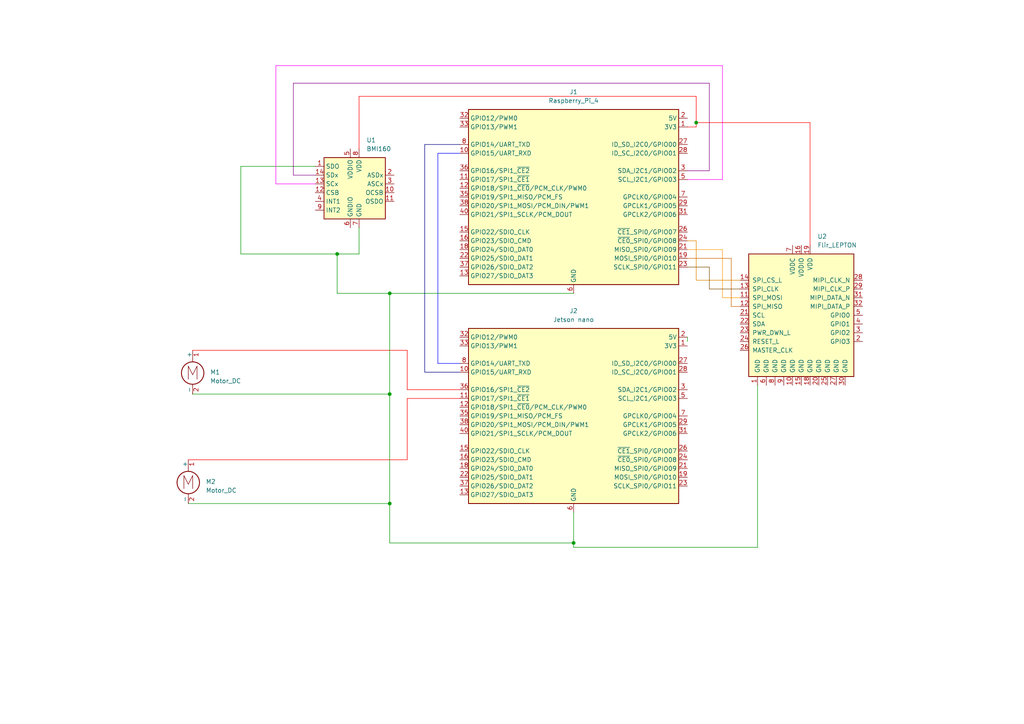
<source format=kicad_sch>
(kicad_sch (version 20250114) (generator "eeschema") (generator_version "9.0")
  (paper "A4")
  (title_block (title "Jetbot circuitry ") (date "2025-12-15") (rev "1") (company "Aurora") (comment 1 "By @VoxVoltera"))
  (lib_symbols
    (symbol "Connector:Raspberry_Pi_4"
      (property "Reference" "J" (at -17.526 48.768 0))
      (property "Value" "Raspberry_Pi_4" (at 15.748 -26.416 0))
      (symbol "Raspberry_Pi_4_0_1"
        (rectangle (start -30.48 25.4) (end 30.48 -25.4) (stroke (width 0.254)) (fill (type background)))
      )
      (symbol "Raspberry_Pi_4_1_1"
        (pin bidirectional line (at -33.02 22.86 0) (length 2.54) (name "GPIO12/PWM0") (number "32"))
        (pin bidirectional line (at -33.02 20.32 0) (length 2.54) (name "GPIO13/PWM1") (number "33"))
        (pin bidirectional line (at -33.02 15.24 0) (length 2.54) (name "GPIO14/UART_TXD") (number "8"))
        (pin bidirectional line (at -33.02 12.7 0) (length 2.54) (name "GPIO15/UART_RXD") (number "10"))
        (pin bidirectional line (at -33.02 7.62 0) (length 2.54) (name "GPIO16/SPI1_~{CE2}") (number "36"))
        (pin bidirectional line (at -33.02 5.08 0) (length 2.54) (name "GPIO17/SPI1_~{CE1}") (number "11"))
        (pin bidirectional line (at -33.02 2.54 0) (length 2.54) (name "GPIO18/SPI1_~{CE0}/PCM_CLK/PWM0") (number "12"))
        (pin bidirectional line (at -33.02 0 0) (length 2.54) (name "GPIO19/SPI1_MISO/PCM_FS") (number "35"))
        (pin bidirectional line (at -33.02 -2.54 0) (length 2.54) (name "GPIO20/SPI1_MOSI/PCM_DIN/PWM1") (number "38"))
        (pin bidirectional line (at -33.02 -5.08 0) (length 2.54) (name "GPIO21/SPI1_SCLK/PCM_DOUT") (number "40"))
        (pin bidirectional line (at -33.02 -10.16 0) (length 2.54) (name "GPIO22/SDIO_CLK") (number "15"))
        (pin bidirectional line (at -33.02 -12.7 0) (length 2.54) (name "GPIO23/SDIO_CMD") (number "16"))
        (pin bidirectional line (at -33.02 -15.24 0) (length 2.54) (name "GPIO24/SDIO_DAT0") (number "18"))
        (pin bidirectional line (at -33.02 -17.78 0) (length 2.54) (name "GPIO25/SDIO_DAT1") (number "22"))
        (pin bidirectional line (at -33.02 -20.32 0) (length 2.54) (name "GPIO26/SDIO_DAT2") (number "37"))
        (pin bidirectional line (at -33.02 -22.86 0) (length 2.54) (name "GPIO27/SDIO_DAT3") (number "13"))
        (pin passive line (at 0 -27.94 90) (length 2.54) (hide yes) (name "GND") (number "14"))
        (pin passive line (at 0 -27.94 90) (length 2.54) (hide yes) (name "GND") (number "20"))
        (pin passive line (at 0 -27.94 90) (length 2.54) (hide yes) (name "GND") (number "25"))
        (pin passive line (at 0 -27.94 90) (length 2.54) (hide yes) (name "GND") (number "30"))
        (pin passive line (at 0 -27.94 90) (length 2.54) (hide yes) (name "GND") (number "34"))
        (pin passive line (at 0 -27.94 90) (length 2.54) (hide yes) (name "GND") (number "39"))
        (pin power_out line (at 0 -27.94 90) (length 2.54) (name "GND") (number "6"))
        (pin passive line (at 0 -27.94 90) (length 2.54) (hide yes) (name "GND") (number "9"))
        (pin power_out line (at 33.02 22.86 180) (length 2.54) (name "5V") (number "2"))
        (pin passive line (at 33.02 22.86 180) (length 2.54) (hide yes) (name "5V") (number "4"))
        (pin power_out line (at 33.02 20.32 180) (length 2.54) (name "3V3") (number "1"))
        (pin passive line (at 33.02 20.32 180) (length 2.54) (hide yes) (name "3V3") (number "17"))
        (pin bidirectional line (at 33.02 15.24 180) (length 2.54) (name "ID_SD_I2C0/GPIO00") (number "27"))
        (pin bidirectional line (at 33.02 12.7 180) (length 2.54) (name "ID_SC_I2C0/GPIO01") (number "28"))
        (pin bidirectional line (at 33.02 7.62 180) (length 2.54) (name "SDA_I2C1/GPIO02") (number "3"))
        (pin bidirectional line (at 33.02 5.08 180) (length 2.54) (name "SCL_I2C1/GPIO03") (number "5"))
        (pin bidirectional line (at 33.02 0 180) (length 2.54) (name "GPCLK0/GPIO04") (number "7"))
        (pin bidirectional line (at 33.02 -2.54 180) (length 2.54) (name "GPCLK1/GPIO05") (number "29"))
        (pin bidirectional line (at 33.02 -5.08 180) (length 2.54) (name "GPCLK2/GPIO06") (number "31"))
        (pin bidirectional line (at 33.02 -10.16 180) (length 2.54) (name "~{CE1}_SPI0/GPIO07") (number "26"))
        (pin bidirectional line (at 33.02 -12.7 180) (length 2.54) (name "~{CE0}_SPI0/GPIO08") (number "24"))
        (pin bidirectional line (at 33.02 -15.24 180) (length 2.54) (name "MISO_SPI0/GPIO09") (number "21"))
        (pin bidirectional line (at 33.02 -17.78 180) (length 2.54) (name "MOSI_SPI0/GPIO10") (number "19"))
        (pin bidirectional line (at 33.02 -20.32 180) (length 2.54) (name "SCLK_SPI0/GPIO11") (number "23"))
      )
    )
    (symbol "Motor:Motor_DC" (pin_names (offset 0))
      (property "Reference" "M" (at 2.54 2.54 0))
      (property "Value" "Motor_DC" (at 2.54 -5.08 0))
      (symbol "Motor_DC_0_0"
        (polyline (pts (xy -1.27 -3.302) (xy -1.27 0.508) (xy 0 -2.032) (xy 1.27 0.508) (xy 1.27 -3.302)))
      )
      (symbol "Motor_DC_0_1"
        (polyline (pts (xy 0 2.032) (xy 0 2.54)))
        (polyline (pts (xy 0 1.7272) (xy 0 2.0828)))
        (circle (center 0 -1.524) (radius 3.2512) (stroke (width 0.254)))
        (polyline (pts (xy 0 -4.7752) (xy 0 -5.1816)))
        (polyline (pts (xy 0 -7.62) (xy 0 -7.112)))
      )
      (symbol "Motor_DC_1_1"
        (pin passive line (at 0 5.08 270) (length 2.54) (name "+") (number "1"))
        (pin passive line (at 0 -7.62 90) (length 2.54) (name "-") (number "2"))
      )
    )
    (symbol "Sensor_Motion:BMI160"
      (property "Reference" "U" (at -10.16 8.89 0))
      (property "Value" "BMI160" (at 7.62 8.89 0))
      (symbol "BMI160_1_1"
        (rectangle (start -10.16 7.62) (end 7.62 -10.16) (stroke (width 0.254)) (fill (type background)))
        (pin bidirectional line (at -12.7 5.08 0) (length 2.54) (name "SDO") (number "1"))
        (pin bidirectional line (at -12.7 2.54 0) (length 2.54) (name "SDx") (number "14"))
        (pin input line (at -12.7 0 0) (length 2.54) (name "SCx") (number "13"))
        (pin input line (at -12.7 -2.54 0) (length 2.54) (name "CSB") (number "12"))
        (pin bidirectional line (at -12.7 -5.08 0) (length 2.54) (name "INT1") (number "4"))
        (pin bidirectional line (at -12.7 -7.62 0) (length 2.54) (name "INT2") (number "9"))
        (pin power_in line (at -2.54 10.16 270) (length 2.54) (name "VDDIO") (number "5"))
        (pin power_in line (at -2.54 -12.7 90) (length 2.54) (name "GNDIO") (number "6"))
        (pin power_in line (at 0 10.16 270) (length 2.54) (name "VDD") (number "8"))
        (pin power_in line (at 0 -12.7 90) (length 2.54) (name "GND") (number "7"))
        (pin bidirectional line (at 10.16 2.54 180) (length 2.54) (name "ASDx") (number "2"))
        (pin output line (at 10.16 0 180) (length 2.54) (name "ASCx") (number "3"))
        (pin bidirectional line (at 10.16 -2.54 180) (length 2.54) (name "OCSB") (number "10"))
        (pin bidirectional line (at 10.16 -5.08 180) (length 2.54) (name "OSDO") (number "11"))
      )
    )
    (symbol "Sensor_Optical:Flir_LEPTON" (pin_names (offset 1.016))
      (property "Reference" "U" (at -15.24 21.59 0))
      (property "Value" "Flir_LEPTON" (at -15.24 19.05 0))
      (symbol "Flir_LEPTON_0_1"
        (rectangle (start -15.24 17.78) (end 15.24 -17.78) (stroke (width 0.254)) (fill (type background)))
      )
      (symbol "Flir_LEPTON_1_1"
        (pin input line (at -17.78 10.16 0) (length 2.54) (name "SPI_CS_L") (number "14"))
        (pin input line (at -17.78 7.62 0) (length 2.54) (name "SPI_CLK") (number "13"))
        (pin input line (at -17.78 5.08 0) (length 2.54) (name "SPI_MOSI") (number "11"))
        (pin output line (at -17.78 2.54 0) (length 2.54) (name "SPI_MISO") (number "12"))
        (pin input line (at -17.78 0 0) (length 2.54) (name "SCL") (number "21"))
        (pin bidirectional line (at -17.78 -2.54 0) (length 2.54) (name "SDA") (number "22"))
        (pin input line (at -17.78 -5.08 0) (length 2.54) (name "PWR_DWN_L") (number "23"))
        (pin input line (at -17.78 -7.62 0) (length 2.54) (name "RESET_L") (number "24"))
        (pin input line (at -17.78 -10.16 0) (length 2.54) (name "MASTER_CLK") (number "26"))
        (pin power_in line (at -12.7 -20.32 90) (length 2.54) (name "GND") (number "1"))
        (pin power_in line (at -10.16 -20.32 90) (length 2.54) (name "GND") (number "6"))
        (pin power_in line (at -7.62 -20.32 90) (length 2.54) (name "GND") (number "8"))
        (pin power_in line (at -5.08 -20.32 90) (length 2.54) (name "GND") (number "9"))
        (pin power_in line (at -2.54 20.32 270) (length 2.54) (name "VDDC") (number "7"))
        (pin power_in line (at -2.54 -20.32 90) (length 2.54) (name "GND") (number "10"))
        (pin power_in line (at 0 20.32 270) (length 2.54) (name "VDDIO") (number "16"))
        (pin power_in line (at 0 -20.32 90) (length 2.54) (name "GND") (number "15"))
        (pin power_in line (at 2.54 20.32 270) (length 2.54) (name "VDD") (number "19"))
        (pin power_in line (at 2.54 -20.32 90) (length 2.54) (name "GND") (number "18"))
        (pin power_in line (at 5.08 -20.32 90) (length 2.54) (name "GND") (number "20"))
        (pin power_in line (at 7.62 -20.32 90) (length 2.54) (name "GND") (number "25"))
        (pin power_in line (at 10.16 -20.32 90) (length 2.54) (name "GND") (number "27"))
        (pin power_in line (at 12.7 -20.32 90) (length 2.54) (name "GND") (number "30"))
        (pin no_connect line (at 15.24 -10.16 180) (length 2.54) (hide yes) (name "NC") (number "17"))
        (pin output line (at 17.78 10.16 180) (length 2.54) (name "MIPI_CLK_N") (number "28"))
        (pin output line (at 17.78 7.62 180) (length 2.54) (name "MIPI_CLK_P") (number "29"))
        (pin output line (at 17.78 5.08 180) (length 2.54) (name "MIPI_DATA_N") (number "31"))
        (pin output line (at 17.78 2.54 180) (length 2.54) (name "MIPI_DATA_P") (number "32"))
        (pin bidirectional line (at 17.78 0 180) (length 2.54) (name "GPIO0") (number "5"))
        (pin bidirectional line (at 17.78 -2.54 180) (length 2.54) (name "GPIO1") (number "4"))
        (pin bidirectional line (at 17.78 -5.08 180) (length 2.54) (name "GPIO2") (number "3"))
        (pin bidirectional line (at 17.78 -7.62 180) (length 2.54) (name "GPIO3") (number "2"))
      )
    )
  )
  (junction (at 113.03 85.09))
  (junction (at 97.79 73.66))
  (junction (at 113.03 146.05))
  (junction (at 166.37 157.48))
  (junction (at 201.93 35.56))
  (junction (at 113.03 114.3))
  (wire (pts (xy 91.44 48.26) (xy 69.85 48.26)))
  (wire (pts (xy 69.85 73.66) (xy 97.79 73.66)))
  (wire (pts (xy 212.09 88.9) (xy 214.63 88.9)) (stroke (width 0) (color 204 102 0 1)))
  (wire (pts (xy 104.14 73.66) (xy 104.14 66.04)))
  (wire (pts (xy 205.74 83.82) (xy 205.74 77.47)) (stroke (width 0) (color 128 77 0 1)))
  (wire (pts (xy 113.03 157.48) (xy 113.03 146.05)))
  (wire (pts (xy 133.35 41.91) (xy 123.19 41.91)) (stroke (width 0) (color 0 0 132 1)))
  (wire (pts (xy 209.55 72.39) (xy 199.39 72.39)) (stroke (width 0) (color 255 153 0 1)))
  (wire (pts (xy 166.37 157.48) (xy 113.03 157.48)))
  (wire (pts (xy 123.19 41.91) (xy 123.19 107.95)) (stroke (width 0) (color 0 0 132 1)))
  (wire (pts (xy 113.03 114.3) (xy 113.03 85.09)))
  (wire (pts (xy 97.79 85.09) (xy 113.03 85.09)))
  (wire (pts (xy 212.09 74.93) (xy 199.39 74.93)) (stroke (width 0) (color 204 102 0 1)))
  (wire (pts (xy 205.74 83.82) (xy 214.63 83.82)) (stroke (width 0) (color 128 77 0 1)))
  (wire (pts (xy 118.11 101.6) (xy 55.88 101.6)) (stroke (width 0) (color 255 0 0 1)))
  (wire (pts (xy 97.79 73.66) (xy 104.14 73.66)))
  (wire (pts (xy 201.93 27.94) (xy 201.93 35.56)) (stroke (width 0) (color 255 0 0 1)))
  (wire (pts (xy 133.35 113.03) (xy 118.11 113.03)) (stroke (width 0) (color 255 0 0 1)))
  (wire (pts (xy 201.93 35.56) (xy 201.93 36.83)) (stroke (width 0) (color 255 0 0 1)))
  (wire (pts (xy 209.55 19.05) (xy 209.55 52.07)) (stroke (width 0) (color 255 0 255 1)))
  (wire (pts (xy 118.11 133.35) (xy 118.11 115.57)) (stroke (width 0) (color 255 0 0 1)))
  (wire (pts (xy 214.63 86.36) (xy 209.55 86.36)) (stroke (width 0) (color 255 153 0 1)))
  (wire (pts (xy 133.35 105.41) (xy 127 105.41)) (stroke (width 0) (color 0 0 255 1)))
  (wire (pts (xy 127 105.41) (xy 127 44.45)) (stroke (width 0) (color 0 0 255 1)))
  (wire (pts (xy 118.11 115.57) (xy 133.35 115.57)) (stroke (width 0) (color 255 0 0 1)))
  (wire (pts (xy 219.71 111.76) (xy 219.71 158.75)))
  (wire (pts (xy 219.71 158.75) (xy 166.37 158.75)))
  (wire (pts (xy 91.44 53.34) (xy 80.01 53.34)) (stroke (width 0) (color 255 0 255 1)))
  (wire (pts (xy 166.37 157.48) (xy 166.37 158.75)))
  (wire (pts (xy 54.61 133.35) (xy 118.11 133.35)) (stroke (width 0) (color 255 0 0 1)))
  (wire (pts (xy 214.63 81.28) (xy 201.93 81.28)) (stroke (width 0) (color 221 133 0 1)))
  (wire (pts (xy 80.01 53.34) (xy 80.01 19.05)) (stroke (width 0) (color 255 0 255 1)))
  (wire (pts (xy 205.74 77.47) (xy 199.39 77.47)) (stroke (width 0) (color 128 77 0 1)))
  (wire (pts (xy 69.85 48.26) (xy 69.85 73.66)))
  (wire (pts (xy 97.79 85.09) (xy 97.79 73.66)))
  (wire (pts (xy 199.39 49.53) (xy 205.74 49.53)) (stroke (width 0) (color 132 0 132 1)))
  (wire (pts (xy 201.93 81.28) (xy 201.93 69.85)) (stroke (width 0) (color 221 133 0 1)))
  (wire (pts (xy 201.93 69.85) (xy 199.39 69.85)) (stroke (width 0) (color 221 133 0 1)))
  (wire (pts (xy 201.93 36.83) (xy 199.39 36.83)) (stroke (width 0) (color 255 0 0 1)))
  (wire (pts (xy 166.37 148.59) (xy 166.37 157.48)))
  (wire (pts (xy 113.03 85.09) (xy 166.37 85.09)))
  (wire (pts (xy 104.14 43.18) (xy 104.14 27.94)) (stroke (width 0) (color 255 0 0 1)))
  (wire (pts (xy 234.95 35.56) (xy 201.93 35.56)) (stroke (width 0) (color 255 0 0 1)))
  (wire (pts (xy 113.03 146.05) (xy 113.03 114.3)))
  (wire (pts (xy 127 44.45) (xy 133.35 44.45)) (stroke (width 0) (color 0 0 255 1)))
  (wire (pts (xy 209.55 86.36) (xy 209.55 72.39)) (stroke (width 0) (color 255 153 0 1)))
  (wire (pts (xy 212.09 88.9) (xy 212.09 74.93)) (stroke (width 0) (color 204 102 0 1)))
  (wire (pts (xy 104.14 27.94) (xy 201.93 27.94)) (stroke (width 0) (color 255 0 0 1)))
  (wire (pts (xy 85.09 50.8) (xy 91.44 50.8)) (stroke (width 0) (color 132 0 132 1)))
  (wire (pts (xy 234.95 35.56) (xy 234.95 71.12)) (stroke (width 0) (color 255 0 0 1)))
  (wire (pts (xy 54.61 146.05) (xy 113.03 146.05)))
  (wire (pts (xy 205.74 49.53) (xy 205.74 24.13)) (stroke (width 0) (color 132 0 132 1)))
  (wire (pts (xy 80.01 19.05) (xy 209.55 19.05)) (stroke (width 0) (color 255 0 255 1)))
  (wire (pts (xy 118.11 113.03) (xy 118.11 101.6)) (stroke (width 0) (color 255 0 0 1)))
  (wire (pts (xy 85.09 24.13) (xy 85.09 50.8)) (stroke (width 0) (color 132 0 132 1)))
  (wire (pts (xy 55.88 114.3) (xy 113.03 114.3)))
  (wire (pts (xy 209.55 52.07) (xy 199.39 52.07)) (stroke (width 0) (color 255 0 255 1)))
  (wire (pts (xy 199.39 99.06) (xy 199.39 97.79)))
  (wire (pts (xy 205.74 24.13) (xy 85.09 24.13)) (stroke (width 0) (color 132 0 132 1)))
  (wire (pts (xy 123.19 107.95) (xy 133.35 107.95)) (stroke (width 0) (color 0 0 132 1)))
  (symbol (lib_id "Sensor_Motion:BMI160") (at 104.14 53.34 0) (unit 1)
    (property "Reference" "U1" (at 106.2833 40.64 0) (effects (justify left)))
    (property "Value" "BMI160" (at 106.2833 43.18 0) (effects (justify left)))
    (property "Footprint" "Package_LGA:Bosch_LGA-14_3x2.5mm_P0.5mm" (effects (hide yes)))
    (property "Datasheet" "https://www.bosch-sensortec.com/media/boschsensortec/downloads/datasheets/bst-bmi160-ds000.pdf" (effects (hide yes)))
    (property "Description" "Small, low power inertial measurement unit, LGA-14" (effects (hide yes)))
  )
  (symbol (lib_id "Connector:Raspberry_Pi_4") (at 166.37 120.65 0) (unit 1)
    (property "Reference" "J2" (at 166.37 90.17 0))
    (property "Value" "Jetson nano" (at 166.37 92.71 0))
    (property "Datasheet" "https://datasheets.raspberrypi.com/rpi4/raspberry-pi-4-datasheet.pdf" (effects (hide yes)))
    (property "Description" "Raspberry Pi 4 Model B" (effects (hide yes)))
  )
  (symbol (lib_id "Connector:Raspberry_Pi_4") (at 166.37 57.15 0) (unit 1)
    (property "Reference" "J1" (at 166.37 26.67 0))
    (property "Value" "Raspberry_Pi_4" (at 166.37 29.21 0))
    (property "Datasheet" "https://datasheets.raspberrypi.com/rpi4/raspberry-pi-4-datasheet.pdf" (effects (hide yes)))
    (property "Description" "Raspberry Pi 4 Model B" (effects (hide yes)))
  )
  (symbol (lib_id "Motor:Motor_DC") (at 55.88 106.68 0) (unit 1)
    (property "Reference" "M1" (at 60.96 107.9499 0) (effects (justify left)))
    (property "Value" "Motor_DC" (at 60.96 110.4899 0) (effects (justify left)))
    (property "Description" "DC Motor" (effects (hide yes)))
  )
  (symbol (lib_id "Sensor_Optical:Flir_LEPTON") (at 232.41 91.44 0) (unit 1)
    (property "Reference" "U2" (at 237.0933 68.58 0) (effects (justify left)))
    (property "Value" "Flir_LEPTON" (at 237.0933 71.12 0) (effects (justify left)))
    (property "Datasheet" "https://cdn.sparkfun.com/datasheets/Sensors/Infrared/FLIR_Lepton_Data_Brief.pdf" (effects (hide yes)))
    (property "Description" "LWIR camera 8 to 14um 80x60 pixel" (effects (hide yes)))
  )
  (symbol (lib_id "Motor:Motor_DC") (at 54.61 138.43 0) (unit 1)
    (property "Reference" "M2" (at 59.69 139.6999 0) (effects (justify left)))
    (property "Value" "Motor_DC" (at 59.69 142.2399 0) (effects (justify left)))
    (property "Description" "DC Motor" (effects (hide yes)))
  )
)
</source>
